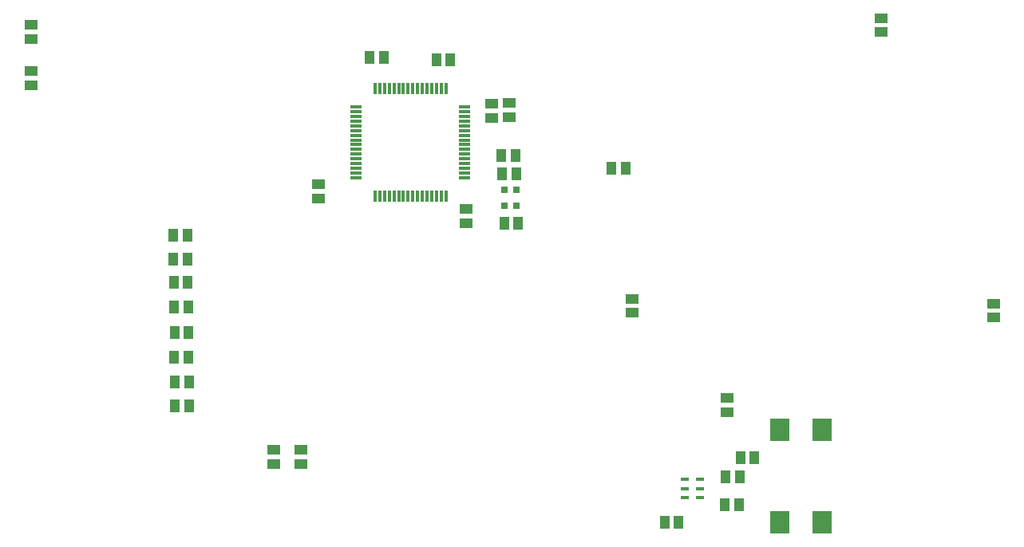
<source format=gtp>
G04*
G04 #@! TF.GenerationSoftware,Altium Limited,Altium Designer,18.1.9 (240)*
G04*
G04 Layer_Color=8421504*
%FSLAX44Y44*%
%MOMM*%
G71*
G01*
G75*
%ADD17R,0.8500X0.4500*%
%ADD18R,1.4000X1.1000*%
%ADD19R,1.1000X1.4000*%
%ADD20R,0.3048X1.1938*%
%ADD21R,1.1938X0.3048*%
%ADD22R,0.8000X0.7000*%
%ADD23R,2.1000X2.4000*%
D17*
X938022Y60612D02*
D03*
X954022D02*
D03*
Y70612D02*
D03*
Y80612D02*
D03*
X938022D02*
D03*
Y70612D02*
D03*
D18*
X530352Y111894D02*
D03*
Y96894D02*
D03*
X1146048Y555110D02*
D03*
Y570110D02*
D03*
X751840Y464820D02*
D03*
Y479820D02*
D03*
X733044Y464178D02*
D03*
Y479178D02*
D03*
X706036Y352164D02*
D03*
Y367164D02*
D03*
X502158Y96386D02*
D03*
Y111386D02*
D03*
X1265428Y252088D02*
D03*
Y267088D02*
D03*
X982726Y151504D02*
D03*
Y166504D02*
D03*
X881888Y257168D02*
D03*
Y272168D02*
D03*
X244602Y547998D02*
D03*
Y562998D02*
D03*
X244348Y513976D02*
D03*
Y498976D02*
D03*
X549148Y378580D02*
D03*
Y393580D02*
D03*
D19*
X689236Y526034D02*
D03*
X674236D02*
D03*
X743578Y424434D02*
D03*
X758578D02*
D03*
X743905Y404876D02*
D03*
X758905D02*
D03*
X618370Y528320D02*
D03*
X603370D02*
D03*
X746372Y352552D02*
D03*
X761372D02*
D03*
X996816Y103124D02*
D03*
X1011816D02*
D03*
X860418Y410210D02*
D03*
X875418D02*
D03*
X996322Y83312D02*
D03*
X981322D02*
D03*
X995560Y53594D02*
D03*
X980560D02*
D03*
X397122Y158242D02*
D03*
X412122D02*
D03*
X397122Y183896D02*
D03*
X412122D02*
D03*
X396360Y262890D02*
D03*
X411360D02*
D03*
X395852Y289560D02*
D03*
X410852D02*
D03*
X410598Y314198D02*
D03*
X395598D02*
D03*
X410344Y339852D02*
D03*
X395344D02*
D03*
X411360Y209804D02*
D03*
X396360D02*
D03*
X411614Y236220D02*
D03*
X396614D02*
D03*
X931552Y34290D02*
D03*
X916552D02*
D03*
D20*
X684438Y380650D02*
D03*
X679438D02*
D03*
X674438D02*
D03*
X669438D02*
D03*
X664438D02*
D03*
X659438D02*
D03*
X654438D02*
D03*
X649438D02*
D03*
X644438D02*
D03*
X639438D02*
D03*
X634438D02*
D03*
X629438D02*
D03*
X624438D02*
D03*
X619438D02*
D03*
X614438D02*
D03*
X609438D02*
D03*
Y495650D02*
D03*
X614438D02*
D03*
X619438D02*
D03*
X624438D02*
D03*
X629438D02*
D03*
X634438D02*
D03*
X639438D02*
D03*
X644438D02*
D03*
X649438D02*
D03*
X654438D02*
D03*
X659438D02*
D03*
X664438D02*
D03*
X669438D02*
D03*
X674438D02*
D03*
X679438D02*
D03*
X684438D02*
D03*
D21*
X589438Y400650D02*
D03*
Y405650D02*
D03*
Y410650D02*
D03*
Y415650D02*
D03*
Y420650D02*
D03*
Y425650D02*
D03*
Y430650D02*
D03*
Y435650D02*
D03*
Y440650D02*
D03*
Y445650D02*
D03*
Y450650D02*
D03*
Y455650D02*
D03*
Y460650D02*
D03*
Y465650D02*
D03*
Y470650D02*
D03*
Y475650D02*
D03*
X704438D02*
D03*
Y470650D02*
D03*
Y465650D02*
D03*
Y460650D02*
D03*
Y455650D02*
D03*
Y450650D02*
D03*
Y445650D02*
D03*
Y440650D02*
D03*
Y435650D02*
D03*
Y430650D02*
D03*
Y425650D02*
D03*
Y420650D02*
D03*
Y415650D02*
D03*
Y410650D02*
D03*
Y405650D02*
D03*
Y400650D02*
D03*
D22*
X759260Y387604D02*
D03*
X746760D02*
D03*
Y371104D02*
D03*
X759260D02*
D03*
D23*
X1038710Y34290D02*
D03*
Y133290D02*
D03*
X1083710D02*
D03*
Y34290D02*
D03*
M02*

</source>
